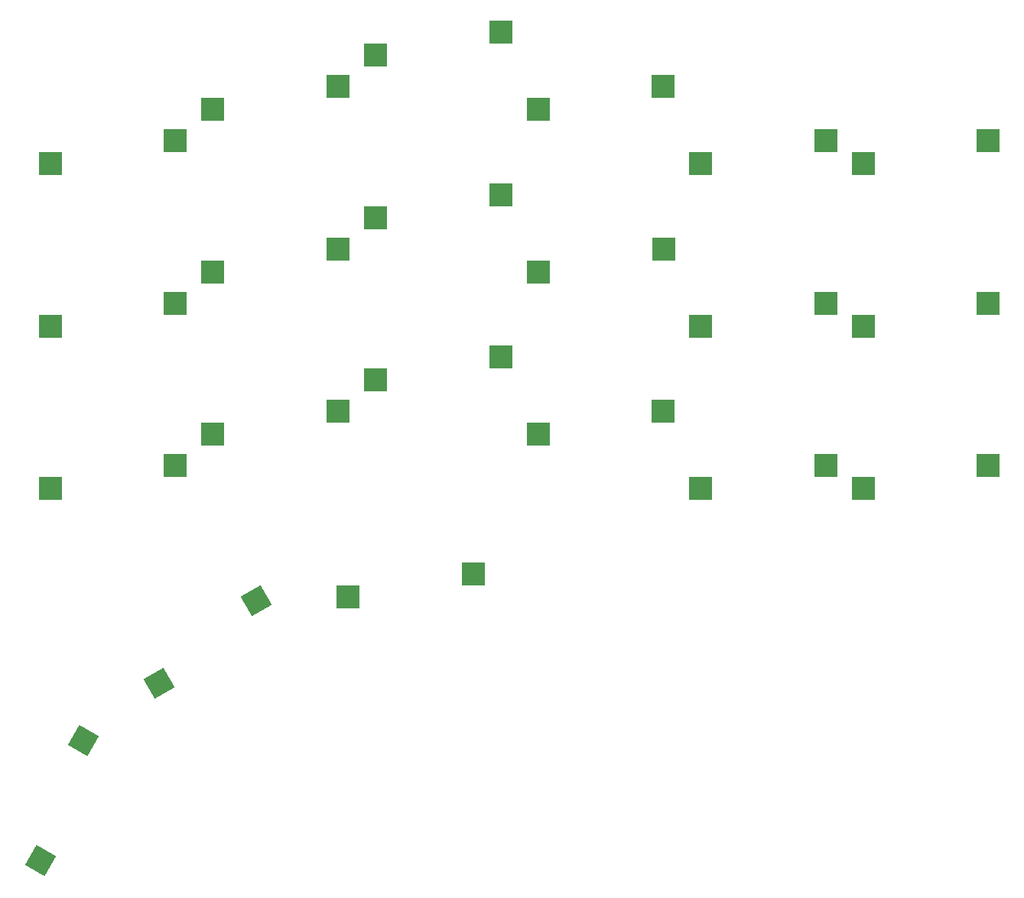
<source format=gbp>
%TF.GenerationSoftware,KiCad,Pcbnew,9.0.4*%
%TF.CreationDate,2025-11-01T07:57:15+01:00*%
%TF.ProjectId,kbv3-right,6b627633-2d72-4696-9768-742e6b696361,rev?*%
%TF.SameCoordinates,Original*%
%TF.FileFunction,Paste,Bot*%
%TF.FilePolarity,Positive*%
%FSLAX46Y46*%
G04 Gerber Fmt 4.6, Leading zero omitted, Abs format (unit mm)*
G04 Created by KiCad (PCBNEW 9.0.4) date 2025-11-01 07:57:15*
%MOMM*%
%LPD*%
G01*
G04 APERTURE LIST*
G04 Aperture macros list*
%AMRotRect*
0 Rectangle, with rotation*
0 The origin of the aperture is its center*
0 $1 length*
0 $2 width*
0 $3 Rotation angle, in degrees counterclockwise*
0 Add horizontal line*
21,1,$1,$2,0,0,$3*%
G04 Aperture macros list end*
%ADD10R,2.550000X2.500000*%
%ADD11RotRect,2.550000X2.500000X30.000000*%
%ADD12RotRect,2.550000X2.500000X60.000000*%
G04 APERTURE END LIST*
D10*
%TO.C,SW18*%
X126210000Y-99920000D03*
X112360000Y-102460000D03*
%TD*%
%TO.C,SW4*%
X126210000Y-63920000D03*
X112360000Y-66460000D03*
%TD*%
%TO.C,SW7*%
X180210000Y-93920000D03*
X166360000Y-96460000D03*
%TD*%
%TO.C,SW19*%
X144210000Y-105920000D03*
X130360000Y-108460000D03*
%TD*%
%TO.C,SW9*%
X144290000Y-87920000D03*
X130440000Y-90460000D03*
%TD*%
%TO.C,SW6*%
X90210000Y-75920000D03*
X76360000Y-78460000D03*
%TD*%
%TO.C,SW3*%
X144210000Y-69920000D03*
X130360000Y-72460000D03*
%TD*%
%TO.C,SW1*%
X180210000Y-75920000D03*
X166360000Y-78460000D03*
%TD*%
%TO.C,SW15*%
X123210000Y-123920000D03*
X109360000Y-126460000D03*
%TD*%
%TO.C,SW10*%
X126210000Y-81920000D03*
X112360000Y-84460000D03*
%TD*%
%TO.C,SW21*%
X180210000Y-111920000D03*
X166360000Y-114460000D03*
%TD*%
%TO.C,SW2*%
X162210000Y-75920000D03*
X148360000Y-78460000D03*
%TD*%
%TO.C,SW12*%
X90210000Y-93920000D03*
X76360000Y-96460000D03*
%TD*%
%TO.C,SW16*%
X90210000Y-111920000D03*
X76360000Y-114460000D03*
%TD*%
%TO.C,SW20*%
X162210000Y-111920000D03*
X148360000Y-114460000D03*
%TD*%
D11*
%TO.C,SW14*%
X99147891Y-126905591D03*
X88423439Y-136030295D03*
%TD*%
D10*
%TO.C,SW5*%
X108210000Y-69920000D03*
X94360000Y-72460000D03*
%TD*%
%TO.C,SW17*%
X108210000Y-105920000D03*
X94360000Y-108460000D03*
%TD*%
D12*
%TO.C,SW13*%
X80005591Y-142412109D03*
X75280295Y-155676561D03*
%TD*%
D10*
%TO.C,SW8*%
X162210000Y-93920000D03*
X148360000Y-96460000D03*
%TD*%
%TO.C,SW11*%
X108210000Y-87920000D03*
X94360000Y-90460000D03*
%TD*%
M02*

</source>
